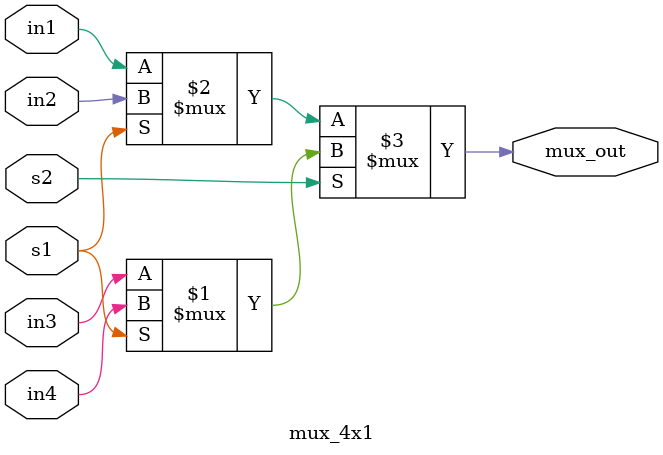
<source format=v>
`timescale 1ns / 1ps

module mux_4x1(in1,in2,in3,in4,s1,s2,mux_out);

    input in1,in2,in3,in4; //Inputs to the Multiplexer
    input s1,s2; //Control Lines
    output mux_out;
    assign mux_out = (s2 ? ( s1 ? in4:in3 ) : (s1 ? in2 : in1 ));
endmodule

</source>
